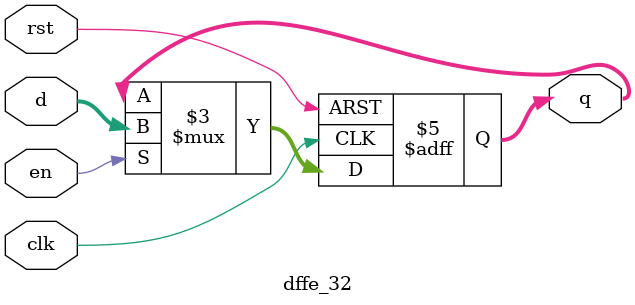
<source format=v>
module dffe_32(q, d, clk, en, rst);
   
   //Inputs
   input [31:0]d; 
	input clk, en, rst;
   
   //Internal wire
   wire rst;

   //Output
   output [31:0]q;
   
   //Register
   reg [31:0]q;

   //Intialize q to 0
   initial
   begin
       q = 32'h00000000;
   end

   //Set value of q on positive edge of the clock or clear
   always @(posedge clk or posedge rst) begin
       //If clear is high, set q to 0
       if (rst) begin
           q <= 32'h00000000;
       //If enable is high, set q to the value of d
       end else if (en) begin
           q <= d;
       end
   end
endmodule

</source>
